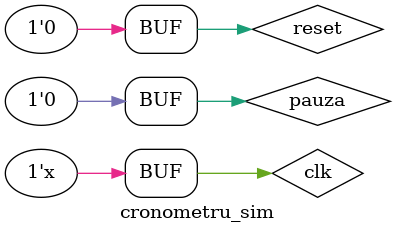
<source format=v>
`timescale 1ns / 1ps

module cronometru_sim();
    reg clk, reset, pauza;
    
    wire [7:0] AN;
    wire [6:0] Seg;
    wire DP, clk_out_led;
    
    cronometru name(reset, pauza, clk, AN, Seg, DP, clk_out_led);
    
    always #10 clk = ~clk;
    
    initial begin
        reset = 0; clk = 0; pauza = 0;
        #20;
        reset = 1;
        #20; 
        reset = 0;
        #300 pauza = 1;
        #40 pauza = 0;
        #20;
        reset = 1;
        #20; 
        reset = 0;
    end
endmodule

</source>
